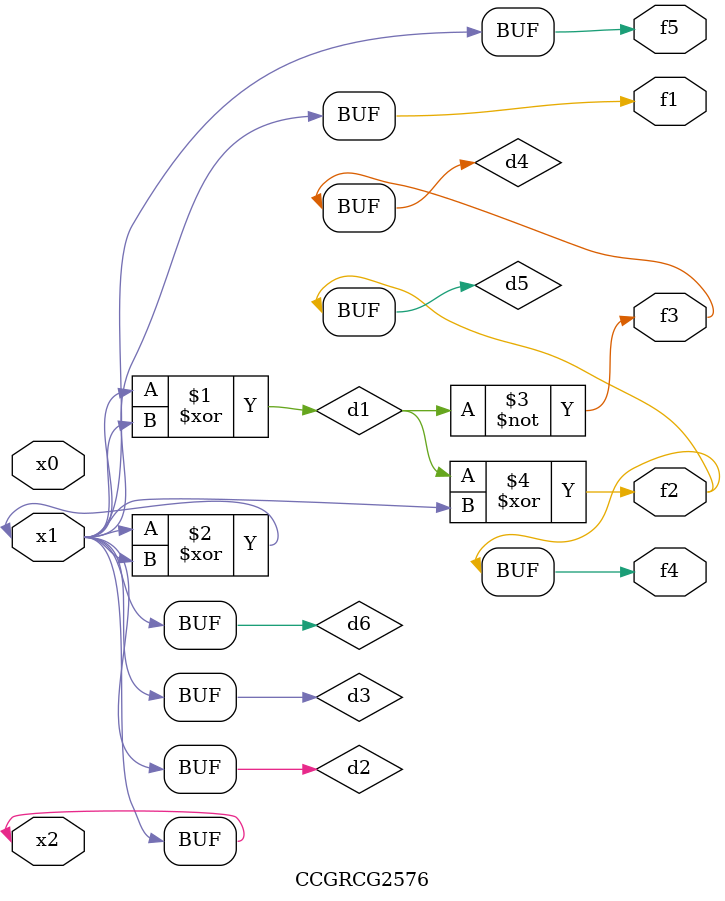
<source format=v>
module CCGRCG2576(
	input x0, x1, x2,
	output f1, f2, f3, f4, f5
);

	wire d1, d2, d3, d4, d5, d6;

	xor (d1, x1, x2);
	buf (d2, x1, x2);
	xor (d3, x1, x2);
	nor (d4, d1);
	xor (d5, d1, d2);
	buf (d6, d2, d3);
	assign f1 = d6;
	assign f2 = d5;
	assign f3 = d4;
	assign f4 = d5;
	assign f5 = d6;
endmodule

</source>
